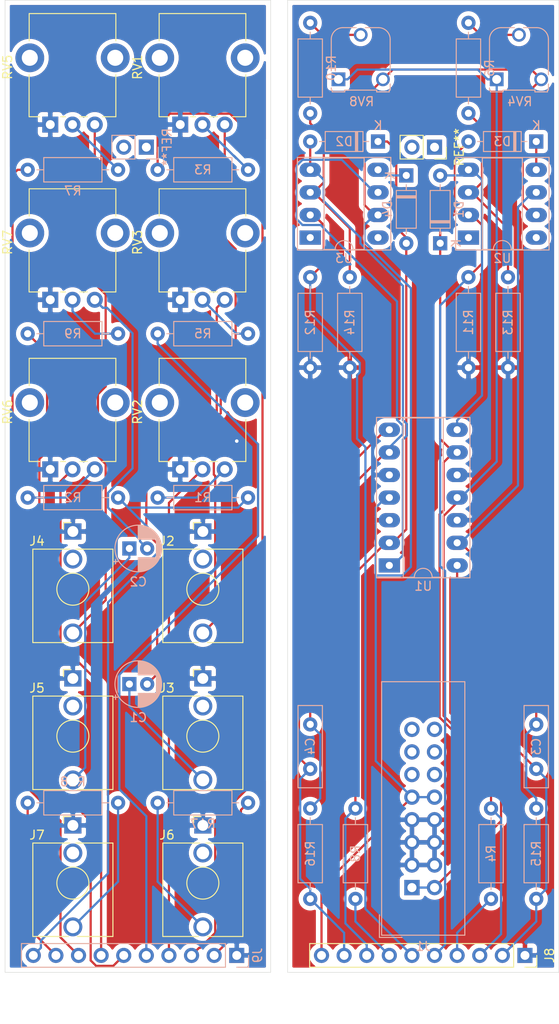
<source format=kicad_pcb>
(kicad_pcb (version 20171130) (host pcbnew "(5.1.2)-2")
  (layers (0 F.Cu signal) (31 B.Cu signal) (34 B.Paste user) (35 F.Paste user) (36 B.SilkS user) (37 F.SilkS user) (38 B.Mask user) (39 F.Mask user) (44 Edge.Cuts user))
  (net 0 "")
  (net 1 "Net-(C1-Pad2)")
  (net 2 "Net-(C1-Pad1)")
  (net 3 "Net-(C2-Pad2)")
  (net 4 "Net-(C2-Pad1)")
  (net 5 "Net-(C3-Pad2)")
  (net 6 "Net-(C4-Pad2)")
  (net 7 "Net-(D1-Pad2)")
  (net 8 "Net-(D2-Pad2)")
  (net 9 "Net-(D3-Pad1)")
  (net 10 "Net-(D4-Pad1)")
  (net 11 "Net-(J1-Pad16)")
  (net 12 "Net-(J1-Pad15)")
  (net 13 "Net-(J1-Pad14)")
  (net 14 "Net-(J1-Pad13)")
  (net 15 "Net-(J1-Pad12)")
  (net 16 "Net-(J1-Pad11)")
  (net 17 +12V)
  (net 18 GND)
  (net 19 -12V)
  (net 20 "Net-(J2-PadT)")
  (net 21 "Net-(J4-PadT)")
  (net 22 "Net-(J6-PadT)")
  (net 23 "Net-(J7-PadT)")
  (net 24 "Net-(R1-Pad1)")
  (net 25 "Net-(R2-Pad1)")
  (net 26 "Net-(R3-Pad2)")
  (net 27 "Net-(R5-Pad2)")
  (net 28 "Net-(R6-Pad2)")
  (net 29 "Net-(R13-Pad1)")
  (net 30 "Net-(R7-Pad2)")
  (net 31 "Net-(R9-Pad2)")
  (net 32 "Net-(R10-Pad2)")
  (net 33 "Net-(R10-Pad1)")
  (net 34 "Net-(U2-Pad8)")
  (net 35 "Net-(U2-Pad1)")
  (net 36 "Net-(U3-Pad8)")
  (net 37 "Net-(U3-Pad1)")
  (net 38 /PCB_A_GND)
  (net 39 /PCB_A_+12)
  (net 40 /PCB_B_CV_B1)
  (net 41 /PCB_B_CV_A1)
  (net 42 /PCB_A_CV_B1)
  (net 43 /PCB_A_CV_A1)
  (net 44 /PCB_B_VOL_B)
  (net 45 /PCB_B_VOL_A)
  (net 46 /PCB_A_VOL_B)
  (net 47 /PCB_A_VOL_A)
  (net 48 /PCB_B_OUT_B)
  (net 49 /PCB_B_OUT_A)
  (net 50 /PCB_A_OUT_B)
  (net 51 /PCB_A_OUT_A)
  (net 52 /PCB_B_IN_B)
  (net 53 /PCB_B_IN_A)
  (net 54 /PCB_A_IN_B)
  (net 55 /PCB_A_IN_A)
  (module Connector_PinSocket_2.54mm:PinSocket_1x02_P2.54mm_Vertical (layer F.Cu) (at 99.06 48.26 270)
    (fp_text reference REF** (at 0 -2.77 90) (layer F.SilkS))
    (fp_text value PinSocket_1x02_P2.54mm_Vertical)
    (pad 2 thru_hole oval (at 0 2.54 270) (size 1.7 1.7) (drill 1) (layers *.Cu *.Mask))
    (pad 1 thru_hole rect (at 0 0 270) (size 1.7 1.7) (drill 1) (layers *.Cu *.Mask))
  )
  (module Connector_PinHeader_2.54mm:PinHeader_1x02_P2.54mm_Vertical (layer B.Cu) (at 66.675 48.26 90)
    (fp_text reference REF** (at 0 2.33 90) (layer B.SilkS) (effects (justify mirror)))
    (fp_text value PinHeader_1x02_P2.54mm_Vertical)
    (pad 2 thru_hole oval (at 0 -2.54 90) (size 1.7 1.7) (drill 1) (layers *.Cu *.Mask))
    (pad 1 thru_hole rect (at 0 0 90) (size 1.7 1.7) (drill 1) (layers *.Cu *.Mask))
  )
  (module Connector_PinHeader_2.54mm:PinHeader_1x10_P2.54mm_Vertical (layer B.Cu) (at 76.835 139.065 90)
    (fp_text reference J9 (at 0 2.33 90) (layer B.SilkS) (effects (justify mirror)))
    (fp_text value Conn_01x10_Male)
    (pad 1 thru_hole rect (at 0 0 90) (size 1.7 1.7) (drill 1) (layers *.Cu *.Mask) (net 38 /PCB_A_GND))
    (pad 2 thru_hole oval (at 0 -2.54 90) (size 1.7 1.7) (drill 1) (layers *.Cu *.Mask) (net 50 /PCB_A_OUT_B))
    (pad 3 thru_hole oval (at 0 -5.08 90) (size 1.7 1.7) (drill 1) (layers *.Cu *.Mask) (net 42 /PCB_A_CV_B1))
    (pad 4 thru_hole oval (at 0 -7.62 90) (size 1.7 1.7) (drill 1) (layers *.Cu *.Mask) (net 46 /PCB_A_VOL_B))
    (pad 5 thru_hole oval (at 0 -10.16 90) (size 1.7 1.7) (drill 1) (layers *.Cu *.Mask) (net 54 /PCB_A_IN_B))
    (pad 6 thru_hole oval (at 0 -12.7 90) (size 1.7 1.7) (drill 1) (layers *.Cu *.Mask) (net 55 /PCB_A_IN_A))
    (pad 7 thru_hole oval (at 0 -15.24 90) (size 1.7 1.7) (drill 1) (layers *.Cu *.Mask) (net 47 /PCB_A_VOL_A))
    (pad 8 thru_hole oval (at 0 -17.78 90) (size 1.7 1.7) (drill 1) (layers *.Cu *.Mask) (net 43 /PCB_A_CV_A1))
    (pad 9 thru_hole oval (at 0 -20.32 90) (size 1.7 1.7) (drill 1) (layers *.Cu *.Mask) (net 51 /PCB_A_OUT_A))
    (pad 10 thru_hole oval (at 0 -22.86 90) (size 1.7 1.7) (drill 1) (layers *.Cu *.Mask) (net 39 /PCB_A_+12))
  )
  (module Connector_PinSocket_2.54mm:PinSocket_1x10_P2.54mm_Vertical (layer F.Cu) (at 109.22 139.065 270)
    (fp_text reference J8 (at 0 -2.77 90) (layer F.SilkS))
    (fp_text value Conn_01x10_Female)
    (pad 1 thru_hole rect (at 0 0 270) (size 1.7 1.7) (drill 1) (layers *.Cu *.Mask) (net 18 GND))
    (pad 2 thru_hole oval (at 0 2.54 270) (size 1.7 1.7) (drill 1) (layers *.Cu *.Mask) (net 48 /PCB_B_OUT_B))
    (pad 3 thru_hole oval (at 0 5.08 270) (size 1.7 1.7) (drill 1) (layers *.Cu *.Mask) (net 40 /PCB_B_CV_B1))
    (pad 4 thru_hole oval (at 0 7.62 270) (size 1.7 1.7) (drill 1) (layers *.Cu *.Mask) (net 44 /PCB_B_VOL_B))
    (pad 5 thru_hole oval (at 0 10.16 270) (size 1.7 1.7) (drill 1) (layers *.Cu *.Mask) (net 52 /PCB_B_IN_B))
    (pad 6 thru_hole oval (at 0 12.7 270) (size 1.7 1.7) (drill 1) (layers *.Cu *.Mask) (net 53 /PCB_B_IN_A))
    (pad 7 thru_hole oval (at 0 15.24 270) (size 1.7 1.7) (drill 1) (layers *.Cu *.Mask) (net 45 /PCB_B_VOL_A))
    (pad 8 thru_hole oval (at 0 17.78 270) (size 1.7 1.7) (drill 1) (layers *.Cu *.Mask) (net 41 /PCB_B_CV_A1))
    (pad 9 thru_hole oval (at 0 20.32 270) (size 1.7 1.7) (drill 1) (layers *.Cu *.Mask) (net 49 /PCB_B_OUT_A))
    (pad 10 thru_hole oval (at 0 22.86 270) (size 1.7 1.7) (drill 1) (layers *.Cu *.Mask) (net 17 +12V))
  )
  (module Package_DIP:DIP-8_W7.62mm_Socket_LongPads (layer B.Cu) (at 85.09 58.42)
    (fp_text reference U3 (at 3.81 2.33) (layer B.SilkS) (effects (justify mirror)))
    (fp_text value CA3080)
    (pad 1 thru_hole rect (at 0 0) (size 2.4 1.6) (drill 0.8) (layers *.Cu *.Mask) (net 37 "Net-(U3-Pad1)"))
    (pad 5 thru_hole oval (at 7.62 -7.62) (size 2.4 1.6) (drill 0.8) (layers *.Cu *.Mask) (net 10 "Net-(D4-Pad1)"))
    (pad 2 thru_hole oval (at 0 -2.54) (size 2.4 1.6) (drill 0.8) (layers *.Cu *.Mask) (net 53 /PCB_B_IN_A))
    (pad 6 thru_hole oval (at 7.62 -5.08) (size 2.4 1.6) (drill 0.8) (layers *.Cu *.Mask) (net 6 "Net-(C4-Pad2)"))
    (pad 3 thru_hole oval (at 0 -5.08) (size 2.4 1.6) (drill 0.8) (layers *.Cu *.Mask) (net 33 "Net-(R10-Pad1)"))
    (pad 7 thru_hole oval (at 7.62 -2.54) (size 2.4 1.6) (drill 0.8) (layers *.Cu *.Mask) (net 17 +12V))
    (pad 4 thru_hole oval (at 0 -7.62) (size 2.4 1.6) (drill 0.8) (layers *.Cu *.Mask) (net 8 "Net-(D2-Pad2)"))
    (pad 8 thru_hole oval (at 7.62 0) (size 2.4 1.6) (drill 0.8) (layers *.Cu *.Mask) (net 36 "Net-(U3-Pad8)"))
  )
  (module Package_DIP:DIP-8_W7.62mm_Socket_LongPads (layer B.Cu) (at 102.87 58.42)
    (fp_text reference U2 (at 3.81 2.33) (layer B.SilkS) (effects (justify mirror)))
    (fp_text value CA3080)
    (pad 1 thru_hole rect (at 0 0) (size 2.4 1.6) (drill 0.8) (layers *.Cu *.Mask) (net 35 "Net-(U2-Pad1)"))
    (pad 5 thru_hole oval (at 7.62 -7.62) (size 2.4 1.6) (drill 0.8) (layers *.Cu *.Mask) (net 9 "Net-(D3-Pad1)"))
    (pad 2 thru_hole oval (at 0 -2.54) (size 2.4 1.6) (drill 0.8) (layers *.Cu *.Mask) (net 52 /PCB_B_IN_B))
    (pad 6 thru_hole oval (at 7.62 -5.08) (size 2.4 1.6) (drill 0.8) (layers *.Cu *.Mask) (net 5 "Net-(C3-Pad2)"))
    (pad 3 thru_hole oval (at 0 -5.08) (size 2.4 1.6) (drill 0.8) (layers *.Cu *.Mask) (net 29 "Net-(R13-Pad1)"))
    (pad 7 thru_hole oval (at 7.62 -2.54) (size 2.4 1.6) (drill 0.8) (layers *.Cu *.Mask) (net 17 +12V))
    (pad 4 thru_hole oval (at 0 -7.62) (size 2.4 1.6) (drill 0.8) (layers *.Cu *.Mask) (net 7 "Net-(D1-Pad2)"))
    (pad 8 thru_hole oval (at 7.62 0) (size 2.4 1.6) (drill 0.8) (layers *.Cu *.Mask) (net 34 "Net-(U2-Pad8)"))
  )
  (module Package_DIP:DIP-14_W7.62mm_Socket_LongPads (layer B.Cu) (at 93.98 95.25)
    (fp_text reference U1 (at 3.81 2.33) (layer B.SilkS) (effects (justify mirror)))
    (fp_text value TL074)
    (pad 14 thru_hole oval (at 7.62 0) (size 2.4 1.6) (drill 0.8) (layers *.Cu *.Mask) (net 48 /PCB_B_OUT_B))
    (pad 7 thru_hole oval (at 0 -15.24) (size 2.4 1.6) (drill 0.8) (layers *.Cu *.Mask) (net 49 /PCB_B_OUT_A))
    (pad 13 thru_hole oval (at 7.62 -2.54) (size 2.4 1.6) (drill 0.8) (layers *.Cu *.Mask) (net 5 "Net-(C3-Pad2)"))
    (pad 6 thru_hole oval (at 0 -12.7) (size 2.4 1.6) (drill 0.8) (layers *.Cu *.Mask) (net 6 "Net-(C4-Pad2)"))
    (pad 12 thru_hole oval (at 7.62 -5.08) (size 2.4 1.6) (drill 0.8) (layers *.Cu *.Mask) (net 18 GND))
    (pad 5 thru_hole oval (at 0 -10.16) (size 2.4 1.6) (drill 0.8) (layers *.Cu *.Mask) (net 18 GND))
    (pad 11 thru_hole oval (at 7.62 -7.62) (size 2.4 1.6) (drill 0.8) (layers *.Cu *.Mask) (net 19 -12V))
    (pad 4 thru_hole oval (at 0 -7.62) (size 2.4 1.6) (drill 0.8) (layers *.Cu *.Mask) (net 17 +12V))
    (pad 10 thru_hole oval (at 7.62 -10.16) (size 2.4 1.6) (drill 0.8) (layers *.Cu *.Mask) (net 18 GND))
    (pad 3 thru_hole oval (at 0 -5.08) (size 2.4 1.6) (drill 0.8) (layers *.Cu *.Mask) (net 18 GND))
    (pad 9 thru_hole oval (at 7.62 -12.7) (size 2.4 1.6) (drill 0.8) (layers *.Cu *.Mask) (net 40 /PCB_B_CV_B1))
    (pad 2 thru_hole oval (at 0 -2.54) (size 2.4 1.6) (drill 0.8) (layers *.Cu *.Mask) (net 41 /PCB_B_CV_A1))
    (pad 8 thru_hole oval (at 7.62 -15.24) (size 2.4 1.6) (drill 0.8) (layers *.Cu *.Mask) (net 7 "Net-(D1-Pad2)"))
    (pad 1 thru_hole rect (at 0 0) (size 2.4 1.6) (drill 0.8) (layers *.Cu *.Mask) (net 8 "Net-(D2-Pad2)"))
  )
  (module Potentiometer_THT:Potentiometer_Runtron_RM-065_Vertical (layer B.Cu) (at 88.265 40.64)
    (fp_text reference RV8 (at 2.6 2.5) (layer B.SilkS) (effects (justify mirror)))
    (fp_text value 100k)
    (pad 2 thru_hole circle (at 2.5 -5) (size 1.55 1.55) (drill 1) (layers *.Cu *.Mask) (net 32 "Net-(R10-Pad2)"))
    (pad 1 thru_hole rect (at 0 0) (size 1.55 1.55) (drill 1) (layers *.Cu *.Mask) (net 19 -12V))
    (pad 3 thru_hole circle (at 5 0) (size 1.55 1.55) (drill 1) (layers *.Cu *.Mask) (net 17 +12V))
  )
  (module Potentiometer_THT:Potentiometer_Alpha_RD901F-40-00D_Single_Vertical_CircularHoles (layer F.Cu) (at 55.88 65.405 90)
    (fp_text reference RV7 (at 6.45 -4.8 270) (layer F.SilkS))
    (fp_text value 50k)
    (pad 1 thru_hole rect (at 0 0 180) (size 1.8 1.8) (drill 1) (layers *.Cu *.Mask) (net 38 /PCB_A_GND))
    (pad 2 thru_hole circle (at 0 2.5 180) (size 1.8 1.8) (drill 1) (layers *.Cu *.Mask) (net 31 "Net-(R9-Pad2)"))
    (pad 3 thru_hole circle (at 0 5 180) (size 1.8 1.8) (drill 1) (layers *.Cu *.Mask) (net 3 "Net-(C2-Pad2)"))
    (pad "" thru_hole circle (at 7.5 7.3 180) (size 3.24 3.24) (drill 1.8) (layers *.Cu *.Mask))
    (pad "" thru_hole circle (at 7.5 -2.3 180) (size 3.24 3.24) (drill 1.8) (layers *.Cu *.Mask))
  )
  (module Potentiometer_THT:Potentiometer_Alpha_RD901F-40-00D_Single_Vertical_CircularHoles (layer F.Cu) (at 55.88 84.455 90)
    (fp_text reference RV6 (at 6.45 -4.8 270) (layer F.SilkS))
    (fp_text value 100k)
    (pad 1 thru_hole rect (at 0 0 180) (size 1.8 1.8) (drill 1) (layers *.Cu *.Mask) (net 38 /PCB_A_GND))
    (pad 2 thru_hole circle (at 0 2.5 180) (size 1.8 1.8) (drill 1) (layers *.Cu *.Mask) (net 47 /PCB_A_VOL_A))
    (pad 3 thru_hole circle (at 0 5 180) (size 1.8 1.8) (drill 1) (layers *.Cu *.Mask) (net 25 "Net-(R2-Pad1)"))
    (pad "" thru_hole circle (at 7.5 7.3 180) (size 3.24 3.24) (drill 1.8) (layers *.Cu *.Mask))
    (pad "" thru_hole circle (at 7.5 -2.3 180) (size 3.24 3.24) (drill 1.8) (layers *.Cu *.Mask))
  )
  (module Potentiometer_THT:Potentiometer_Alpha_RD901F-40-00D_Single_Vertical_CircularHoles (layer F.Cu) (at 55.88 45.72 90)
    (fp_text reference RV5 (at 6.45 -4.8 270) (layer F.SilkS))
    (fp_text value 100k)
    (pad 1 thru_hole rect (at 0 0 180) (size 1.8 1.8) (drill 1) (layers *.Cu *.Mask) (net 38 /PCB_A_GND))
    (pad 2 thru_hole circle (at 0 2.5 180) (size 1.8 1.8) (drill 1) (layers *.Cu *.Mask) (net 30 "Net-(R7-Pad2)"))
    (pad 3 thru_hole circle (at 0 5 180) (size 1.8 1.8) (drill 1) (layers *.Cu *.Mask) (net 21 "Net-(J4-PadT)"))
    (pad "" thru_hole circle (at 7.5 7.3 180) (size 3.24 3.24) (drill 1.8) (layers *.Cu *.Mask))
    (pad "" thru_hole circle (at 7.5 -2.3 180) (size 3.24 3.24) (drill 1.8) (layers *.Cu *.Mask))
  )
  (module Potentiometer_THT:Potentiometer_Runtron_RM-065_Vertical (layer B.Cu) (at 106.045 40.64)
    (fp_text reference RV4 (at 2.6 2.5) (layer B.SilkS) (effects (justify mirror)))
    (fp_text value 100k)
    (pad 2 thru_hole circle (at 2.5 -5) (size 1.55 1.55) (drill 1) (layers *.Cu *.Mask) (net 28 "Net-(R6-Pad2)"))
    (pad 1 thru_hole rect (at 0 0) (size 1.55 1.55) (drill 1) (layers *.Cu *.Mask) (net 19 -12V))
    (pad 3 thru_hole circle (at 5 0) (size 1.55 1.55) (drill 1) (layers *.Cu *.Mask) (net 17 +12V))
  )
  (module Potentiometer_THT:Potentiometer_Alpha_RD901F-40-00D_Single_Vertical_CircularHoles (layer F.Cu) (at 70.485 65.405 90)
    (fp_text reference RV3 (at 6.45 -4.8 270) (layer F.SilkS))
    (fp_text value 50k)
    (pad 1 thru_hole rect (at 0 0 180) (size 1.8 1.8) (drill 1) (layers *.Cu *.Mask) (net 38 /PCB_A_GND))
    (pad 2 thru_hole circle (at 0 2.5 180) (size 1.8 1.8) (drill 1) (layers *.Cu *.Mask) (net 27 "Net-(R5-Pad2)"))
    (pad 3 thru_hole circle (at 0 5 180) (size 1.8 1.8) (drill 1) (layers *.Cu *.Mask) (net 1 "Net-(C1-Pad2)"))
    (pad "" thru_hole circle (at 7.5 7.3 180) (size 3.24 3.24) (drill 1.8) (layers *.Cu *.Mask))
    (pad "" thru_hole circle (at 7.5 -2.3 180) (size 3.24 3.24) (drill 1.8) (layers *.Cu *.Mask))
  )
  (module Potentiometer_THT:Potentiometer_Alpha_RD901F-40-00D_Single_Vertical_CircularHoles (layer F.Cu) (at 70.485 84.455 90)
    (fp_text reference RV2 (at 6.45 -4.8 270) (layer F.SilkS))
    (fp_text value 100k)
    (pad 1 thru_hole rect (at 0 0 180) (size 1.8 1.8) (drill 1) (layers *.Cu *.Mask) (net 38 /PCB_A_GND))
    (pad 2 thru_hole circle (at 0 2.5 180) (size 1.8 1.8) (drill 1) (layers *.Cu *.Mask) (net 46 /PCB_A_VOL_B))
    (pad 3 thru_hole circle (at 0 5 180) (size 1.8 1.8) (drill 1) (layers *.Cu *.Mask) (net 24 "Net-(R1-Pad1)"))
    (pad "" thru_hole circle (at 7.5 7.3 180) (size 3.24 3.24) (drill 1.8) (layers *.Cu *.Mask))
    (pad "" thru_hole circle (at 7.5 -2.3 180) (size 3.24 3.24) (drill 1.8) (layers *.Cu *.Mask))
  )
  (module Potentiometer_THT:Potentiometer_Alpha_RD901F-40-00D_Single_Vertical_CircularHoles (layer F.Cu) (at 70.485 45.72 90)
    (fp_text reference RV1 (at 6.45 -4.8 270) (layer F.SilkS))
    (fp_text value 100k)
    (pad 1 thru_hole rect (at 0 0 180) (size 1.8 1.8) (drill 1) (layers *.Cu *.Mask) (net 38 /PCB_A_GND))
    (pad 2 thru_hole circle (at 0 2.5 180) (size 1.8 1.8) (drill 1) (layers *.Cu *.Mask) (net 26 "Net-(R3-Pad2)"))
    (pad 3 thru_hole circle (at 0 5 180) (size 1.8 1.8) (drill 1) (layers *.Cu *.Mask) (net 20 "Net-(J2-PadT)"))
    (pad "" thru_hole circle (at 7.5 7.3 180) (size 3.24 3.24) (drill 1.8) (layers *.Cu *.Mask))
    (pad "" thru_hole circle (at 7.5 -2.3 180) (size 3.24 3.24) (drill 1.8) (layers *.Cu *.Mask))
  )
  (module Resistor_THT:R_Axial_DIN0207_L6.3mm_D2.5mm_P10.16mm_Horizontal (layer B.Cu) (at 63.5 121.92 180)
    (fp_text reference R18 (at 5.08 2.37) (layer B.SilkS) (effects (justify mirror)))
    (fp_text value 1K)
    (pad 2 thru_hole oval (at 10.16 0 180) (size 1.6 1.6) (drill 0.8) (layers *.Cu *.Mask) (net 51 /PCB_A_OUT_A))
    (pad 1 thru_hole circle (at 0 0 180) (size 1.6 1.6) (drill 0.8) (layers *.Cu *.Mask) (net 23 "Net-(J7-PadT)"))
  )
  (module Resistor_THT:R_Axial_DIN0207_L6.3mm_D2.5mm_P10.16mm_Horizontal (layer B.Cu) (at 67.945 121.92)
    (fp_text reference R17 (at 5.08 2.37) (layer B.SilkS) (effects (justify mirror)))
    (fp_text value 1K)
    (pad 2 thru_hole oval (at 10.16 0) (size 1.6 1.6) (drill 0.8) (layers *.Cu *.Mask) (net 50 /PCB_A_OUT_B))
    (pad 1 thru_hole circle (at 0 0) (size 1.6 1.6) (drill 0.8) (layers *.Cu *.Mask) (net 22 "Net-(J6-PadT)"))
  )
  (module Resistor_THT:R_Axial_DIN0207_L6.3mm_D2.5mm_P10.16mm_Horizontal (layer B.Cu) (at 85.09 132.715 90)
    (fp_text reference R16 (at 5.08 0 90) (layer B.SilkS) (effects (justify mirror)))
    (fp_text value 560k)
    (pad 2 thru_hole oval (at 10.16 0 90) (size 1.6 1.6) (drill 0.8) (layers *.Cu *.Mask) (net 6 "Net-(C4-Pad2)"))
    (pad 1 thru_hole circle (at 0 0 90) (size 1.6 1.6) (drill 0.8) (layers *.Cu *.Mask) (net 49 /PCB_B_OUT_A))
  )
  (module Resistor_THT:R_Axial_DIN0207_L6.3mm_D2.5mm_P10.16mm_Horizontal (layer B.Cu) (at 110.49 132.715 90)
    (fp_text reference R15 (at 5.08 0 90) (layer B.SilkS) (effects (justify mirror)))
    (fp_text value 560k)
    (pad 2 thru_hole oval (at 10.16 0 90) (size 1.6 1.6) (drill 0.8) (layers *.Cu *.Mask) (net 5 "Net-(C3-Pad2)"))
    (pad 1 thru_hole circle (at 0 0 90) (size 1.6 1.6) (drill 0.8) (layers *.Cu *.Mask) (net 48 /PCB_B_OUT_B))
  )
  (module Resistor_THT:R_Axial_DIN0207_L6.3mm_D2.5mm_P10.16mm_Horizontal (layer B.Cu) (at 89.535 62.865 270)
    (fp_text reference R14 (at 5.08 0 90) (layer B.SilkS) (effects (justify mirror)))
    (fp_text value 220)
    (pad 2 thru_hole oval (at 10.16 0 270) (size 1.6 1.6) (drill 0.8) (layers *.Cu *.Mask) (net 18 GND))
    (pad 1 thru_hole circle (at 0 0 270) (size 1.6 1.6) (drill 0.8) (layers *.Cu *.Mask) (net 33 "Net-(R10-Pad1)"))
  )
  (module Resistor_THT:R_Axial_DIN0207_L6.3mm_D2.5mm_P10.16mm_Horizontal (layer B.Cu) (at 107.315 62.865 270)
    (fp_text reference R13 (at 5.08 0 90) (layer B.SilkS) (effects (justify mirror)))
    (fp_text value 220)
    (pad 2 thru_hole oval (at 10.16 0 270) (size 1.6 1.6) (drill 0.8) (layers *.Cu *.Mask) (net 18 GND))
    (pad 1 thru_hole circle (at 0 0 270) (size 1.6 1.6) (drill 0.8) (layers *.Cu *.Mask) (net 29 "Net-(R13-Pad1)"))
  )
  (module Resistor_THT:R_Axial_DIN0207_L6.3mm_D2.5mm_P10.16mm_Horizontal (layer B.Cu) (at 85.09 62.865 270)
    (fp_text reference R12 (at 5.08 0 90) (layer B.SilkS) (effects (justify mirror)))
    (fp_text value 220)
    (pad 1 thru_hole circle (at 0 0 270) (size 1.6 1.6) (drill 0.8) (layers *.Cu *.Mask) (net 53 /PCB_B_IN_A))
    (pad 2 thru_hole oval (at 10.16 0 270) (size 1.6 1.6) (drill 0.8) (layers *.Cu *.Mask) (net 18 GND))
  )
  (module Resistor_THT:R_Axial_DIN0207_L6.3mm_D2.5mm_P10.16mm_Horizontal (layer B.Cu) (at 102.87 62.865 270)
    (fp_text reference R11 (at 5.08 0 90) (layer B.SilkS) (effects (justify mirror)))
    (fp_text value 220)
    (pad 1 thru_hole circle (at 0 0 270) (size 1.6 1.6) (drill 0.8) (layers *.Cu *.Mask) (net 52 /PCB_B_IN_B))
    (pad 2 thru_hole oval (at 10.16 0 270) (size 1.6 1.6) (drill 0.8) (layers *.Cu *.Mask) (net 18 GND))
  )
  (module Resistor_THT:R_Axial_DIN0207_L6.3mm_D2.5mm_P10.16mm_Horizontal (layer B.Cu) (at 85.09 44.45 90)
    (fp_text reference R10 (at 5.08 2.37 90) (layer B.SilkS) (effects (justify mirror)))
    (fp_text value 1M)
    (pad 2 thru_hole oval (at 10.16 0 90) (size 1.6 1.6) (drill 0.8) (layers *.Cu *.Mask) (net 32 "Net-(R10-Pad2)"))
    (pad 1 thru_hole circle (at 0 0 90) (size 1.6 1.6) (drill 0.8) (layers *.Cu *.Mask) (net 33 "Net-(R10-Pad1)"))
  )
  (module Resistor_THT:R_Axial_DIN0207_L6.3mm_D2.5mm_P10.16mm_Horizontal (layer B.Cu) (at 53.34 69.215)
    (fp_text reference R9 (at 5.08 0) (layer B.SilkS) (effects (justify mirror)))
    (fp_text value 100k)
    (pad 1 thru_hole circle (at 0 0) (size 1.6 1.6) (drill 0.8) (layers *.Cu *.Mask) (net 55 /PCB_A_IN_A))
    (pad 2 thru_hole oval (at 10.16 0) (size 1.6 1.6) (drill 0.8) (layers *.Cu *.Mask) (net 31 "Net-(R9-Pad2)"))
  )
  (module Resistor_THT:R_Axial_DIN0207_L6.3mm_D2.5mm_P10.16mm_Horizontal (layer B.Cu) (at 90.17 122.555 270)
    (fp_text reference R8 (at 5.08 0 90) (layer B.SilkS) (effects (justify mirror)))
    (fp_text value 100k)
    (pad 2 thru_hole oval (at 10.16 0 270) (size 1.6 1.6) (drill 0.8) (layers *.Cu *.Mask) (net 45 /PCB_B_VOL_A))
    (pad 1 thru_hole circle (at 0 0 270) (size 1.6 1.6) (drill 0.8) (layers *.Cu *.Mask) (net 41 /PCB_B_CV_A1))
  )
  (module Resistor_THT:R_Axial_DIN0207_L6.3mm_D2.5mm_P10.16mm_Horizontal (layer B.Cu) (at 53.34 50.8)
    (fp_text reference R7 (at 5.08 2.37) (layer B.SilkS) (effects (justify mirror)))
    (fp_text value 100k)
    (pad 2 thru_hole oval (at 10.16 0) (size 1.6 1.6) (drill 0.8) (layers *.Cu *.Mask) (net 30 "Net-(R7-Pad2)"))
    (pad 1 thru_hole circle (at 0 0) (size 1.6 1.6) (drill 0.8) (layers *.Cu *.Mask) (net 43 /PCB_A_CV_A1))
  )
  (module Resistor_THT:R_Axial_DIN0207_L6.3mm_D2.5mm_P10.16mm_Horizontal (layer B.Cu) (at 102.87 44.45 90)
    (fp_text reference R6 (at 5.08 2.37 90) (layer B.SilkS) (effects (justify mirror)))
    (fp_text value 1M)
    (pad 2 thru_hole oval (at 10.16 0 90) (size 1.6 1.6) (drill 0.8) (layers *.Cu *.Mask) (net 28 "Net-(R6-Pad2)"))
    (pad 1 thru_hole circle (at 0 0 90) (size 1.6 1.6) (drill 0.8) (layers *.Cu *.Mask) (net 29 "Net-(R13-Pad1)"))
  )
  (module Resistor_THT:R_Axial_DIN0207_L6.3mm_D2.5mm_P10.16mm_Horizontal (layer B.Cu) (at 67.945 69.215)
    (fp_text reference R5 (at 5.08 0) (layer B.SilkS) (effects (justify mirror)))
    (fp_text value 100k)
    (pad 2 thru_hole oval (at 10.16 0) (size 1.6 1.6) (drill 0.8) (layers *.Cu *.Mask) (net 27 "Net-(R5-Pad2)"))
    (pad 1 thru_hole circle (at 0 0) (size 1.6 1.6) (drill 0.8) (layers *.Cu *.Mask) (net 54 /PCB_A_IN_B))
  )
  (module Resistor_THT:R_Axial_DIN0207_L6.3mm_D2.5mm_P10.16mm_Horizontal (layer B.Cu) (at 105.41 122.555 270)
    (fp_text reference R4 (at 5.08 0 90) (layer B.SilkS) (effects (justify mirror)))
    (fp_text value 100k)
    (pad 2 thru_hole oval (at 10.16 0 270) (size 1.6 1.6) (drill 0.8) (layers *.Cu *.Mask) (net 44 /PCB_B_VOL_B))
    (pad 1 thru_hole circle (at 0 0 270) (size 1.6 1.6) (drill 0.8) (layers *.Cu *.Mask) (net 40 /PCB_B_CV_B1))
  )
  (module Resistor_THT:R_Axial_DIN0207_L6.3mm_D2.5mm_P10.16mm_Horizontal (layer B.Cu) (at 67.945 50.8)
    (fp_text reference R3 (at 5.08 0) (layer B.SilkS) (effects (justify mirror)))
    (fp_text value 100k)
    (pad 2 thru_hole oval (at 10.16 0) (size 1.6 1.6) (drill 0.8) (layers *.Cu *.Mask) (net 26 "Net-(R3-Pad2)"))
    (pad 1 thru_hole circle (at 0 0) (size 1.6 1.6) (drill 0.8) (layers *.Cu *.Mask) (net 42 /PCB_A_CV_B1))
  )
  (module Resistor_THT:R_Axial_DIN0207_L6.3mm_D2.5mm_P10.16mm_Horizontal (layer B.Cu) (at 53.34 87.63)
    (fp_text reference R2 (at 5.08 0) (layer B.SilkS) (effects (justify mirror)))
    (fp_text value 20k)
    (pad 2 thru_hole oval (at 10.16 0) (size 1.6 1.6) (drill 0.8) (layers *.Cu *.Mask) (net 39 /PCB_A_+12))
    (pad 1 thru_hole circle (at 0 0) (size 1.6 1.6) (drill 0.8) (layers *.Cu *.Mask) (net 25 "Net-(R2-Pad1)"))
  )
  (module Resistor_THT:R_Axial_DIN0207_L6.3mm_D2.5mm_P10.16mm_Horizontal (layer B.Cu) (at 67.945 87.63)
    (fp_text reference R1 (at 5.08 0) (layer B.SilkS) (effects (justify mirror)))
    (fp_text value 20k)
    (pad 2 thru_hole oval (at 10.16 0) (size 1.6 1.6) (drill 0.8) (layers *.Cu *.Mask) (net 39 /PCB_A_+12))
    (pad 1 thru_hole circle (at 0 0) (size 1.6 1.6) (drill 0.8) (layers *.Cu *.Mask) (net 24 "Net-(R1-Pad1)"))
  )
  (module Connector_Audio:Jack_3.5mm_QingPu_WQP-PJ398SM_Vertical_CircularHoles (layer F.Cu) (at 58.42 124.46)
    (fp_text reference J7 (at -4.03 1.08 180) (layer F.SilkS))
    (fp_text value AudioJack2)
    (pad TN thru_hole circle (at 0 3.1 180) (size 2.13 2.13) (drill 1.42) (layers *.Cu *.Mask))
    (pad S thru_hole rect (at 0 0 180) (size 1.93 1.83) (drill 1.22) (layers *.Cu *.Mask) (net 38 /PCB_A_GND))
    (pad T thru_hole circle (at 0 11.4 180) (size 2.13 2.13) (drill 1.43) (layers *.Cu *.Mask) (net 23 "Net-(J7-PadT)"))
  )
  (module Connector_Audio:Jack_3.5mm_QingPu_WQP-PJ398SM_Vertical_CircularHoles (layer F.Cu) (at 73.025 124.46)
    (fp_text reference J6 (at -4.03 1.08 180) (layer F.SilkS))
    (fp_text value AudioJack2)
    (pad TN thru_hole circle (at 0 3.1 180) (size 2.13 2.13) (drill 1.42) (layers *.Cu *.Mask))
    (pad S thru_hole rect (at 0 0 180) (size 1.93 1.83) (drill 1.22) (layers *.Cu *.Mask) (net 38 /PCB_A_GND))
    (pad T thru_hole circle (at 0 11.4 180) (size 2.13 2.13) (drill 1.43) (layers *.Cu *.Mask) (net 22 "Net-(J6-PadT)"))
  )
  (module Connector_Audio:Jack_3.5mm_QingPu_WQP-PJ398SM_Vertical_CircularHoles (layer F.Cu) (at 58.42 107.95)
    (fp_text reference J5 (at -4.03 1.08 180) (layer F.SilkS))
    (fp_text value AudioJack2)
    (pad TN thru_hole circle (at 0 3.1 180) (size 2.13 2.13) (drill 1.42) (layers *.Cu *.Mask))
    (pad S thru_hole rect (at 0 0 180) (size 1.93 1.83) (drill 1.22) (layers *.Cu *.Mask) (net 38 /PCB_A_GND))
    (pad T thru_hole circle (at 0 11.4 180) (size 2.13 2.13) (drill 1.43) (layers *.Cu *.Mask) (net 4 "Net-(C2-Pad1)"))
  )
  (module Connector_Audio:Jack_3.5mm_QingPu_WQP-PJ398SM_Vertical_CircularHoles (layer F.Cu) (at 58.42 91.44)
    (fp_text reference J4 (at -4.03 1.08 180) (layer F.SilkS))
    (fp_text value AudioJack2)
    (pad TN thru_hole circle (at 0 3.1 180) (size 2.13 2.13) (drill 1.42) (layers *.Cu *.Mask))
    (pad S thru_hole rect (at 0 0 180) (size 1.93 1.83) (drill 1.22) (layers *.Cu *.Mask) (net 38 /PCB_A_GND))
    (pad T thru_hole circle (at 0 11.4 180) (size 2.13 2.13) (drill 1.43) (layers *.Cu *.Mask) (net 21 "Net-(J4-PadT)"))
  )
  (module Connector_Audio:Jack_3.5mm_QingPu_WQP-PJ398SM_Vertical_CircularHoles (layer F.Cu) (at 73.025 107.95)
    (fp_text reference J3 (at -4.03 1.08 180) (layer F.SilkS))
    (fp_text value AudioJack2)
    (pad TN thru_hole circle (at 0 3.1 180) (size 2.13 2.13) (drill 1.42) (layers *.Cu *.Mask))
    (pad S thru_hole rect (at 0 0 180) (size 1.93 1.83) (drill 1.22) (layers *.Cu *.Mask) (net 38 /PCB_A_GND))
    (pad T thru_hole circle (at 0 11.4 180) (size 2.13 2.13) (drill 1.43) (layers *.Cu *.Mask) (net 2 "Net-(C1-Pad1)"))
  )
  (module Connector_Audio:Jack_3.5mm_QingPu_WQP-PJ398SM_Vertical_CircularHoles (layer F.Cu) (at 73.025 91.44)
    (fp_text reference J2 (at -4.03 1.08 180) (layer F.SilkS))
    (fp_text value AudioJack2)
    (pad TN thru_hole circle (at 0 3.1 180) (size 2.13 2.13) (drill 1.42) (layers *.Cu *.Mask))
    (pad S thru_hole rect (at 0 0 180) (size 1.93 1.83) (drill 1.22) (layers *.Cu *.Mask) (net 38 /PCB_A_GND))
    (pad T thru_hole circle (at 0 11.4 180) (size 2.13 2.13) (drill 1.43) (layers *.Cu *.Mask) (net 20 "Net-(J2-PadT)"))
  )
  (module Connector_IDC:IDC-Header_2x08_P2.54mm_Vertical (layer B.Cu) (at 96.52 131.445)
    (fp_text reference J1 (at 1.27 6.604) (layer B.SilkS) (effects (justify mirror)))
    (fp_text value Conn_02x08_Odd_Even)
    (pad 16 thru_hole oval (at 2.54 -17.78) (size 1.7272 1.7272) (drill 1.016) (layers *.Cu *.Mask) (net 11 "Net-(J1-Pad16)"))
    (pad 15 thru_hole oval (at 0 -17.78) (size 1.7272 1.7272) (drill 1.016) (layers *.Cu *.Mask) (net 12 "Net-(J1-Pad15)"))
    (pad 14 thru_hole oval (at 2.54 -15.24) (size 1.7272 1.7272) (drill 1.016) (layers *.Cu *.Mask) (net 13 "Net-(J1-Pad14)"))
    (pad 13 thru_hole oval (at 0 -15.24) (size 1.7272 1.7272) (drill 1.016) (layers *.Cu *.Mask) (net 14 "Net-(J1-Pad13)"))
    (pad 12 thru_hole oval (at 2.54 -12.7) (size 1.7272 1.7272) (drill 1.016) (layers *.Cu *.Mask) (net 15 "Net-(J1-Pad12)"))
    (pad 11 thru_hole oval (at 0 -12.7) (size 1.7272 1.7272) (drill 1.016) (layers *.Cu *.Mask) (net 16 "Net-(J1-Pad11)"))
    (pad 10 thru_hole oval (at 2.54 -10.16) (size 1.7272 1.7272) (drill 1.016) (layers *.Cu *.Mask) (net 17 +12V))
    (pad 9 thru_hole oval (at 0 -10.16) (size 1.7272 1.7272) (drill 1.016) (layers *.Cu *.Mask) (net 17 +12V))
    (pad 8 thru_hole oval (at 2.54 -7.62) (size 1.7272 1.7272) (drill 1.016) (layers *.Cu *.Mask) (net 18 GND))
    (pad 7 thru_hole oval (at 0 -7.62) (size 1.7272 1.7272) (drill 1.016) (layers *.Cu *.Mask) (net 18 GND))
    (pad 6 thru_hole oval (at 2.54 -5.08) (size 1.7272 1.7272) (drill 1.016) (layers *.Cu *.Mask) (net 18 GND))
    (pad 5 thru_hole oval (at 0 -5.08) (size 1.7272 1.7272) (drill 1.016) (layers *.Cu *.Mask) (net 18 GND))
    (pad 4 thru_hole oval (at 2.54 -2.54) (size 1.7272 1.7272) (drill 1.016) (layers *.Cu *.Mask) (net 18 GND))
    (pad 3 thru_hole oval (at 0 -2.54) (size 1.7272 1.7272) (drill 1.016) (layers *.Cu *.Mask) (net 18 GND))
    (pad 2 thru_hole oval (at 2.54 0) (size 1.7272 1.7272) (drill 1.016) (layers *.Cu *.Mask) (net 19 -12V))
    (pad 1 thru_hole rect (at 0 0) (size 1.7272 1.7272) (drill 1.016) (layers *.Cu *.Mask) (net 19 -12V))
  )
  (module Diode_THT:D_DO-35_SOD27_P7.62mm_Horizontal (layer B.Cu) (at 95.885 51.435 270)
    (fp_text reference D4 (at 3.81 2.12 90) (layer B.SilkS) (effects (justify mirror)))
    (fp_text value 1N4148)
    (fp_text user K (at 0 1.8 90) (layer B.SilkS) (effects (justify mirror)))
    (pad 2 thru_hole oval (at 7.62 0 270) (size 1.6 1.6) (drill 0.8) (layers *.Cu *.Mask) (net 41 /PCB_B_CV_A1))
    (pad 1 thru_hole rect (at 0 0 270) (size 1.6 1.6) (drill 0.8) (layers *.Cu *.Mask) (net 10 "Net-(D4-Pad1)"))
  )
  (module Diode_THT:D_DO-35_SOD27_P7.62mm_Horizontal (layer B.Cu) (at 110.49 47.625 180)
    (fp_text reference D3 (at 3.81 0) (layer B.SilkS) (effects (justify mirror)))
    (fp_text value 1N4148)
    (fp_text user K (at 0 1.8) (layer B.SilkS) (effects (justify mirror)))
    (pad 2 thru_hole oval (at 7.62 0 180) (size 1.6 1.6) (drill 0.8) (layers *.Cu *.Mask) (net 40 /PCB_B_CV_B1))
    (pad 1 thru_hole rect (at 0 0 180) (size 1.6 1.6) (drill 0.8) (layers *.Cu *.Mask) (net 9 "Net-(D3-Pad1)"))
  )
  (module Diode_THT:D_DO-35_SOD27_P7.62mm_Horizontal (layer B.Cu) (at 92.71 47.625 180)
    (fp_text reference D2 (at 3.81 0) (layer B.SilkS) (effects (justify mirror)))
    (fp_text value 1N4148)
    (fp_text user K (at 0 1.8) (layer B.SilkS) (effects (justify mirror)))
    (pad 2 thru_hole oval (at 7.62 0 180) (size 1.6 1.6) (drill 0.8) (layers *.Cu *.Mask) (net 8 "Net-(D2-Pad2)"))
    (pad 1 thru_hole rect (at 0 0 180) (size 1.6 1.6) (drill 0.8) (layers *.Cu *.Mask) (net 41 /PCB_B_CV_A1))
  )
  (module Diode_THT:D_DO-35_SOD27_P7.62mm_Horizontal (layer B.Cu) (at 99.695 59.055 90)
    (fp_text reference D1 (at 3.81 2.12 90) (layer B.SilkS) (effects (justify mirror)))
    (fp_text value 1N4148)
    (fp_text user K (at 0 1.8 90) (layer B.SilkS) (effects (justify mirror)))
    (pad 2 thru_hole oval (at 7.62 0 90) (size 1.6 1.6) (drill 0.8) (layers *.Cu *.Mask) (net 7 "Net-(D1-Pad2)"))
    (pad 1 thru_hole rect (at 0 0 90) (size 1.6 1.6) (drill 0.8) (layers *.Cu *.Mask) (net 40 /PCB_B_CV_B1))
  )
  (module Capacitor_THT:C_Disc_D9.0mm_W2.5mm_P5.00mm (layer B.Cu) (at 85.09 118.11 90)
    (fp_text reference C4 (at 2.54 0 90) (layer B.SilkS) (effects (justify mirror)))
    (fp_text value 33pF)
    (pad 1 thru_hole circle (at 0 0 90) (size 1.6 1.6) (drill 0.8) (layers *.Cu *.Mask) (net 49 /PCB_B_OUT_A))
    (pad 2 thru_hole circle (at 5 0 90) (size 1.6 1.6) (drill 0.8) (layers *.Cu *.Mask) (net 6 "Net-(C4-Pad2)"))
  )
  (module Capacitor_THT:C_Disc_D9.0mm_W2.5mm_P5.00mm (layer B.Cu) (at 110.49 118.11 90)
    (fp_text reference C3 (at 2.5 0 90) (layer B.SilkS) (effects (justify mirror)))
    (fp_text value 33pF)
    (pad 2 thru_hole circle (at 5 0 90) (size 1.6 1.6) (drill 0.8) (layers *.Cu *.Mask) (net 5 "Net-(C3-Pad2)"))
    (pad 1 thru_hole circle (at 0 0 90) (size 1.6 1.6) (drill 0.8) (layers *.Cu *.Mask) (net 48 /PCB_B_OUT_B))
  )
  (module Capacitor_THT:CP_Radial_D5.0mm_P2.00mm (layer B.Cu) (at 64.77 93.345)
    (fp_text reference C2 (at 1 3.75) (layer B.SilkS) (effects (justify mirror)))
    (fp_text value 10uF)
    (pad 2 thru_hole circle (at 2 0) (size 1.6 1.6) (drill 0.8) (layers *.Cu *.Mask) (net 3 "Net-(C2-Pad2)"))
    (pad 1 thru_hole rect (at 0 0) (size 1.6 1.6) (drill 0.8) (layers *.Cu *.Mask) (net 4 "Net-(C2-Pad1)"))
  )
  (module Capacitor_THT:CP_Radial_D5.0mm_P2.00mm (layer B.Cu) (at 64.77 108.585)
    (fp_text reference C1 (at 1 3.75) (layer B.SilkS) (effects (justify mirror)))
    (fp_text value 10uF)
    (pad 2 thru_hole circle (at 2 0) (size 1.6 1.6) (drill 0.8) (layers *.Cu *.Mask) (net 1 "Net-(C1-Pad2)"))
    (pad 1 thru_hole rect (at 0 0) (size 1.6 1.6) (drill 0.8) (layers *.Cu *.Mask) (net 2 "Net-(C1-Pad1)"))
  )
  (gr_line (start 82.55 140.97) (end 82.55 31.75) (layer Edge.Cuts) (width 0.05))
  (gr_line (start 113.03 140.97) (end 82.55 140.97) (layer Edge.Cuts) (width 0.05))
  (gr_line (start 113.03 31.75) (end 113.03 140.97) (layer Edge.Cuts) (width 0.05))
  (gr_line (start 82.55 31.75) (end 113.03 31.75) (layer Edge.Cuts) (width 0.05))
  (gr_line (start 80.645 140.97) (end 50.8 140.97) (layer Edge.Cuts) (width 0.05))
  (gr_line (start 80.645 31.75) (end 80.645 140.97) (layer Edge.Cuts) (width 0.05))
  (gr_line (start 50.8 31.75) (end 80.645 31.75) (layer Edge.Cuts) (width 0.05))
  (gr_line (start 50.8 31.75) (end 50.8 140.97) (layer Edge.Cuts) (width 0.05))
  (segment (start 67.569999 107.785001) (end 66.77 108.585) (width 0.25) (layer F.Cu) (net 1))
  (segment (start 67.895001 107.459999) (end 67.569999 107.785001) (width 0.25) (layer F.Cu) (net 1))
  (segment (start 66.675 85.879998) (end 66.675 91.584998) (width 0.25) (layer F.Cu) (net 1))
  (segment (start 74.585001 66.304999) (end 74.585001 77.969997) (width 0.25) (layer F.Cu) (net 1))
  (segment (start 75.485 65.405) (end 74.585001 66.304999) (width 0.25) (layer F.Cu) (net 1))
  (segment (start 74.585001 77.969997) (end 66.675 85.879998) (width 0.25) (layer F.Cu) (net 1))
  (segment (start 67.895001 92.804999) (end 67.895001 107.459999) (width 0.25) (layer F.Cu) (net 1))
  (segment (start 66.675 91.584998) (end 67.895001 92.804999) (width 0.25) (layer F.Cu) (net 1))
  (segment (start 64.77 111.095) (end 73.025 119.35) (width 0.25) (layer B.Cu) (net 2))
  (segment (start 64.77 108.585) (end 64.77 111.095) (width 0.25) (layer B.Cu) (net 2))
  (segment (start 65.970001 92.545001) (end 66.77 93.345) (width 0.25) (layer B.Cu) (net 3))
  (segment (start 65.970001 92.359999) (end 65.970001 92.545001) (width 0.25) (layer B.Cu) (net 3))
  (segment (start 62.374999 87.089999) (end 62.374999 88.764997) (width 0.25) (layer B.Cu) (net 3))
  (segment (start 65.125001 84.339997) (end 62.374999 87.089999) (width 0.25) (layer B.Cu) (net 3))
  (segment (start 65.125001 69.174999) (end 65.125001 84.339997) (width 0.25) (layer B.Cu) (net 3))
  (segment (start 62.255001 66.304999) (end 65.125001 69.174999) (width 0.25) (layer B.Cu) (net 3))
  (segment (start 61.779999 66.304999) (end 62.255001 66.304999) (width 0.25) (layer B.Cu) (net 3))
  (segment (start 62.374999 88.764997) (end 65.970001 92.359999) (width 0.25) (layer B.Cu) (net 3))
  (segment (start 60.88 65.405) (end 61.779999 66.304999) (width 0.25) (layer B.Cu) (net 3))
  (segment (start 59.484999 118.285001) (end 58.42 119.35) (width 0.25) (layer B.Cu) (net 4))
  (segment (start 59.810001 117.959999) (end 59.484999 118.285001) (width 0.25) (layer B.Cu) (net 4))
  (segment (start 59.810001 99.354999) (end 59.810001 117.959999) (width 0.25) (layer B.Cu) (net 4))
  (segment (start 64.77 94.395) (end 59.810001 99.354999) (width 0.25) (layer B.Cu) (net 4))
  (segment (start 64.77 93.345) (end 64.77 94.395) (width 0.25) (layer B.Cu) (net 4))
  (segment (start 109.690001 113.909999) (end 110.49 113.11) (width 0.25) (layer B.Cu) (net 5))
  (segment (start 109.364999 114.235001) (end 109.690001 113.909999) (width 0.25) (layer B.Cu) (net 5))
  (segment (start 109.364999 120.298629) (end 109.364999 114.235001) (width 0.25) (layer B.Cu) (net 5))
  (segment (start 110.49 121.42363) (end 109.364999 120.298629) (width 0.25) (layer B.Cu) (net 5))
  (segment (start 110.49 122.555) (end 110.49 121.42363) (width 0.25) (layer B.Cu) (net 5))
  (segment (start 102 92.71) (end 101.6 92.71) (width 0.25) (layer F.Cu) (net 5))
  (segment (start 110.49 101.2) (end 102 92.71) (width 0.25) (layer F.Cu) (net 5))
  (segment (start 110.49 113.11) (end 110.49 101.2) (width 0.25) (layer F.Cu) (net 5))
  (segment (start 102 92.71) (end 101.6 92.71) (width 0.25) (layer B.Cu) (net 5))
  (segment (start 108.440001 86.269999) (end 102 92.71) (width 0.25) (layer B.Cu) (net 5))
  (segment (start 108.440001 54.989999) (end 108.440001 86.269999) (width 0.25) (layer B.Cu) (net 5))
  (segment (start 110.09 53.34) (end 108.440001 54.989999) (width 0.25) (layer B.Cu) (net 5))
  (segment (start 110.49 53.34) (end 110.09 53.34) (width 0.25) (layer B.Cu) (net 5))
  (segment (start 85.889999 113.909999) (end 85.09 113.11) (width 0.25) (layer B.Cu) (net 6))
  (segment (start 86.215001 114.235001) (end 85.889999 113.909999) (width 0.25) (layer B.Cu) (net 6))
  (segment (start 86.215001 121.429999) (end 86.215001 114.235001) (width 0.25) (layer B.Cu) (net 6))
  (segment (start 85.09 122.555) (end 86.215001 121.429999) (width 0.25) (layer B.Cu) (net 6))
  (segment (start 93.58 82.55) (end 93.98 82.55) (width 0.25) (layer F.Cu) (net 6))
  (segment (start 85.09 91.04) (end 93.58 82.55) (width 0.25) (layer F.Cu) (net 6))
  (segment (start 85.09 113.11) (end 85.09 91.04) (width 0.25) (layer F.Cu) (net 6))
  (segment (start 88.64499 49.67499) (end 92.31 53.34) (width 0.25) (layer B.Cu) (net 6))
  (segment (start 84.224006 49.67499) (end 88.64499 49.67499) (width 0.25) (layer B.Cu) (net 6))
  (segment (start 83.56499 50.334006) (end 84.224006 49.67499) (width 0.25) (layer B.Cu) (net 6))
  (segment (start 84.224006 57.00501) (end 83.56499 56.345994) (width 0.25) (layer B.Cu) (net 6))
  (segment (start 95.50501 80.475994) (end 95.50501 79.544006) (width 0.25) (layer B.Cu) (net 6))
  (segment (start 92.31 53.34) (end 92.71 53.34) (width 0.25) (layer B.Cu) (net 6))
  (segment (start 93.98 82.001004) (end 95.50501 80.475994) (width 0.25) (layer B.Cu) (net 6))
  (segment (start 93.98 82.55) (end 93.98 82.001004) (width 0.25) (layer B.Cu) (net 6))
  (segment (start 86.260012 57.00501) (end 84.224006 57.00501) (width 0.25) (layer B.Cu) (net 6))
  (segment (start 95.50501 79.544006) (end 94.845994 78.88499) (width 0.25) (layer B.Cu) (net 6))
  (segment (start 94.845994 78.88499) (end 94.845994 65.590992) (width 0.25) (layer B.Cu) (net 6))
  (segment (start 83.56499 56.345994) (end 83.56499 50.334006) (width 0.25) (layer B.Cu) (net 6))
  (segment (start 94.845994 65.590992) (end 86.260012 57.00501) (width 0.25) (layer B.Cu) (net 6))
  (segment (start 103.27 50.8) (end 102.87 50.8) (width 0.25) (layer B.Cu) (net 7))
  (segment (start 104.39501 51.92501) (end 103.27 50.8) (width 0.25) (layer B.Cu) (net 7))
  (segment (start 104.39501 76.16499) (end 104.39501 51.92501) (width 0.25) (layer B.Cu) (net 7))
  (segment (start 101.6 78.96) (end 104.39501 76.16499) (width 0.25) (layer B.Cu) (net 7))
  (segment (start 101.6 80.01) (end 101.6 78.96) (width 0.25) (layer B.Cu) (net 7))
  (segment (start 102.235 51.435) (end 102.87 50.8) (width 0.25) (layer B.Cu) (net 7))
  (segment (start 99.695 51.435) (end 102.235 51.435) (width 0.25) (layer B.Cu) (net 7))
  (segment (start 85.09 47.625) (end 85.09 50.8) (width 0.25) (layer F.Cu) (net 8))
  (segment (start 95.50501 78.907596) (end 95.50501 63.842425) (width 0.25) (layer B.Cu) (net 8))
  (segment (start 95.50501 63.842425) (end 90.734979 59.072394) (width 0.25) (layer B.Cu) (net 8))
  (segment (start 90.734979 58.435983) (end 86.61501 54.316014) (width 0.25) (layer B.Cu) (net 8))
  (segment (start 94.38 95.25) (end 95.50501 94.12499) (width 0.25) (layer B.Cu) (net 8))
  (segment (start 86.61501 54.316014) (end 86.61501 51.92501) (width 0.25) (layer B.Cu) (net 8))
  (segment (start 85.49 50.8) (end 85.09 50.8) (width 0.25) (layer B.Cu) (net 8))
  (segment (start 86.61501 51.92501) (end 85.49 50.8) (width 0.25) (layer B.Cu) (net 8))
  (segment (start 95.955021 80.662394) (end 95.955021 79.357606) (width 0.25) (layer B.Cu) (net 8))
  (segment (start 95.955021 79.357606) (end 95.50501 78.907596) (width 0.25) (layer B.Cu) (net 8))
  (segment (start 95.50501 81.112404) (end 95.955021 80.662394) (width 0.25) (layer B.Cu) (net 8))
  (segment (start 90.734979 59.072394) (end 90.734979 58.435983) (width 0.25) (layer B.Cu) (net 8))
  (segment (start 93.98 95.25) (end 94.38 95.25) (width 0.25) (layer B.Cu) (net 8))
  (segment (start 95.50501 94.12499) (end 95.50501 81.112404) (width 0.25) (layer B.Cu) (net 8))
  (segment (start 110.49 47.625) (end 110.49 50.8) (width 0.25) (layer F.Cu) (net 9))
  (segment (start 93.345 51.435) (end 92.71 50.8) (width 0.25) (layer B.Cu) (net 10))
  (segment (start 95.885 51.435) (end 93.345 51.435) (width 0.25) (layer B.Cu) (net 10))
  (segment (start 92.31 55.88) (end 92.71 55.88) (width 0.25) (layer F.Cu) (net 17))
  (segment (start 91.18499 54.75499) (end 92.31 55.88) (width 0.25) (layer F.Cu) (net 17))
  (segment (start 91.18499 42.72001) (end 91.18499 54.75499) (width 0.25) (layer F.Cu) (net 17))
  (segment (start 93.265 40.64) (end 91.18499 42.72001) (width 0.25) (layer F.Cu) (net 17))
  (segment (start 110.09 55.88) (end 110.49 55.88) (width 0.25) (layer F.Cu) (net 17))
  (segment (start 108.96499 54.75499) (end 110.09 55.88) (width 0.25) (layer F.Cu) (net 17))
  (segment (start 108.96499 42.72001) (end 108.96499 54.75499) (width 0.25) (layer F.Cu) (net 17))
  (segment (start 111.045 40.64) (end 108.96499 42.72001) (width 0.25) (layer F.Cu) (net 17))
  (segment (start 94.039999 39.865001) (end 93.265 40.64) (width 0.25) (layer F.Cu) (net 17))
  (segment (start 94.365001 39.539999) (end 94.039999 39.865001) (width 0.25) (layer F.Cu) (net 17))
  (segment (start 109.944999 39.539999) (end 94.365001 39.539999) (width 0.25) (layer F.Cu) (net 17))
  (segment (start 111.045 40.64) (end 109.944999 39.539999) (width 0.25) (layer F.Cu) (net 17))
  (segment (start 86.36 131.445) (end 86.36 139.065) (width 0.25) (layer F.Cu) (net 17))
  (segment (start 96.52 121.285) (end 86.36 131.445) (width 0.25) (layer F.Cu) (net 17))
  (segment (start 93.58 87.63) (end 93.98 87.63) (width 0.25) (layer B.Cu) (net 17))
  (segment (start 92.45499 88.75501) (end 93.58 87.63) (width 0.25) (layer B.Cu) (net 17))
  (segment (start 92.519999 96.375001) (end 92.45499 96.309992) (width 0.25) (layer B.Cu) (net 17))
  (segment (start 96.40504 95.409962) (end 95.440001 96.375001) (width 0.25) (layer B.Cu) (net 17))
  (segment (start 96.40504 64.106045) (end 96.40504 95.409962) (width 0.25) (layer B.Cu) (net 17))
  (segment (start 91.18499 57.00501) (end 91.18499 58.885994) (width 0.25) (layer B.Cu) (net 17))
  (segment (start 92.31 55.88) (end 91.18499 57.00501) (width 0.25) (layer B.Cu) (net 17))
  (segment (start 92.71 55.88) (end 92.31 55.88) (width 0.25) (layer B.Cu) (net 17))
  (segment (start 95.440001 96.375001) (end 92.519999 96.375001) (width 0.25) (layer B.Cu) (net 17))
  (segment (start 91.18499 58.885994) (end 96.40504 64.106045) (width 0.25) (layer B.Cu) (net 17))
  (segment (start 96.52 121.285) (end 99.06 121.285) (width 0.25) (layer B.Cu) (net 17))
  (segment (start 92.45499 117.21999) (end 92.45499 94.99499) (width 0.25) (layer B.Cu) (net 17))
  (segment (start 96.52 121.285) (end 92.45499 117.21999) (width 0.25) (layer B.Cu) (net 17))
  (segment (start 92.45499 96.309992) (end 92.45499 94.99499) (width 0.25) (layer B.Cu) (net 17))
  (segment (start 92.45499 94.99499) (end 92.45499 88.75501) (width 0.25) (layer B.Cu) (net 17))
  (segment (start 105.02 40.64) (end 106.045 40.64) (width 0.25) (layer B.Cu) (net 19))
  (segment (start 103.919999 39.539999) (end 105.02 40.64) (width 0.25) (layer B.Cu) (net 19))
  (segment (start 90.390001 39.539999) (end 103.919999 39.539999) (width 0.25) (layer B.Cu) (net 19))
  (segment (start 89.29 40.64) (end 90.390001 39.539999) (width 0.25) (layer B.Cu) (net 19))
  (segment (start 88.265 40.64) (end 89.29 40.64) (width 0.25) (layer B.Cu) (net 19))
  (segment (start 102 87.63) (end 101.6 87.63) (width 0.25) (layer B.Cu) (net 19))
  (segment (start 106.045 83.585) (end 102 87.63) (width 0.25) (layer B.Cu) (net 19))
  (segment (start 106.045 40.64) (end 106.045 83.585) (width 0.25) (layer B.Cu) (net 19))
  (segment (start 97.6336 131.445) (end 99.06 131.445) (width 0.25) (layer B.Cu) (net 19))
  (segment (start 96.52 131.445) (end 97.6336 131.445) (width 0.25) (layer B.Cu) (net 19))
  (segment (start 106.535001 123.969999) (end 99.923599 130.581401) (width 0.25) (layer F.Cu) (net 19))
  (segment (start 101.6 88.178996) (end 100.07499 89.704006) (width 0.25) (layer F.Cu) (net 19))
  (segment (start 106.535001 118.600001) (end 106.535001 123.969999) (width 0.25) (layer F.Cu) (net 19))
  (segment (start 100.07499 112.13999) (end 106.535001 118.600001) (width 0.25) (layer F.Cu) (net 19))
  (segment (start 101.6 87.63) (end 101.6 88.178996) (width 0.25) (layer F.Cu) (net 19))
  (segment (start 99.923599 130.581401) (end 99.06 131.445) (width 0.25) (layer F.Cu) (net 19))
  (segment (start 100.07499 89.704006) (end 100.07499 112.13999) (width 0.25) (layer F.Cu) (net 19))
  (segment (start 74.259999 85.043001) (end 74.259999 78.931409) (width 0.25) (layer F.Cu) (net 20))
  (segment (start 74.259999 78.931409) (end 75.035012 78.156397) (width 0.25) (layer F.Cu) (net 20))
  (segment (start 75.035012 78.156397) (end 75.035012 76.096398) (width 0.25) (layer F.Cu) (net 20))
  (segment (start 76.710001 74.421409) (end 76.710001 59.708603) (width 0.25) (layer F.Cu) (net 20))
  (segment (start 75.485 46.992792) (end 75.485 45.72) (width 0.25) (layer F.Cu) (net 20))
  (segment (start 75.485 58.483602) (end 75.485 46.992792) (width 0.25) (layer F.Cu) (net 20))
  (segment (start 76.710001 59.708603) (end 75.485 58.483602) (width 0.25) (layer F.Cu) (net 20))
  (segment (start 74.415001 101.449999) (end 74.415001 85.198003) (width 0.25) (layer F.Cu) (net 20))
  (segment (start 74.415001 85.198003) (end 74.259999 85.043001) (width 0.25) (layer F.Cu) (net 20))
  (segment (start 75.035012 76.096398) (end 76.710001 74.421409) (width 0.25) (layer F.Cu) (net 20))
  (segment (start 73.025 102.84) (end 74.415001 101.449999) (width 0.25) (layer F.Cu) (net 20))
  (segment (start 61.234999 82.996997) (end 62.105001 83.866999) (width 0.25) (layer F.Cu) (net 21))
  (segment (start 61.234999 76.021399) (end 61.234999 82.996997) (width 0.25) (layer F.Cu) (net 21))
  (segment (start 62.105001 75.151397) (end 61.234999 76.021399) (width 0.25) (layer F.Cu) (net 21))
  (segment (start 62.105001 64.816999) (end 62.105001 75.151397) (width 0.25) (layer F.Cu) (net 21))
  (segment (start 60.88 45.72) (end 60.88 63.591998) (width 0.25) (layer F.Cu) (net 21))
  (segment (start 60.88 63.591998) (end 62.105001 64.816999) (width 0.25) (layer F.Cu) (net 21))
  (segment (start 62.105001 83.866999) (end 62.105001 99.154999) (width 0.25) (layer F.Cu) (net 21))
  (segment (start 62.105001 99.154999) (end 59.484999 101.775001) (width 0.25) (layer F.Cu) (net 21))
  (segment (start 59.484999 101.775001) (end 58.42 102.84) (width 0.25) (layer F.Cu) (net 21))
  (segment (start 67.945 130.78) (end 73.025 135.86) (width 0.25) (layer B.Cu) (net 22))
  (segment (start 67.945 121.92) (end 67.945 130.78) (width 0.25) (layer B.Cu) (net 22))
  (segment (start 63.5 130.78) (end 59.484999 134.795001) (width 0.25) (layer B.Cu) (net 23))
  (segment (start 59.484999 134.795001) (end 58.42 135.86) (width 0.25) (layer B.Cu) (net 23))
  (segment (start 63.5 121.92) (end 63.5 130.78) (width 0.25) (layer B.Cu) (net 23))
  (segment (start 72.31 87.63) (end 75.485 84.455) (width 0.25) (layer B.Cu) (net 24))
  (segment (start 67.945 87.63) (end 72.31 87.63) (width 0.25) (layer B.Cu) (net 24))
  (segment (start 57.705 87.63) (end 53.34 87.63) (width 0.25) (layer B.Cu) (net 25))
  (segment (start 60.88 84.455) (end 57.705 87.63) (width 0.25) (layer B.Cu) (net 25))
  (segment (start 76.5375 49.2325) (end 76.4975 49.2325) (width 0.25) (layer B.Cu) (net 26))
  (segment (start 78.105 50.8) (end 76.5375 49.2325) (width 0.25) (layer B.Cu) (net 26))
  (segment (start 72.985 45.72) (end 76.4975 49.2325) (width 0.25) (layer B.Cu) (net 26))
  (segment (start 76.4975 49.2325) (end 76.795 49.53) (width 0.25) (layer B.Cu) (net 26))
  (segment (start 76.795 69.215) (end 78.105 69.215) (width 0.25) (layer B.Cu) (net 27))
  (segment (start 72.985 65.405) (end 76.795 69.215) (width 0.25) (layer B.Cu) (net 27))
  (segment (start 104.22 35.64) (end 108.545 35.64) (width 0.25) (layer F.Cu) (net 28))
  (segment (start 102.87 34.29) (end 104.22 35.64) (width 0.25) (layer F.Cu) (net 28))
  (segment (start 107.315 61.73363) (end 107.315 62.865) (width 0.25) (layer F.Cu) (net 29))
  (segment (start 107.315 57.385) (end 107.315 61.73363) (width 0.25) (layer F.Cu) (net 29))
  (segment (start 103.27 53.34) (end 107.315 57.385) (width 0.25) (layer F.Cu) (net 29))
  (segment (start 103.27 53.34) (end 102.87 53.34) (width 0.25) (layer F.Cu) (net 29))
  (segment (start 104.39501 52.21499) (end 103.27 53.34) (width 0.25) (layer F.Cu) (net 29))
  (segment (start 104.39501 45.97501) (end 104.39501 52.21499) (width 0.25) (layer F.Cu) (net 29))
  (segment (start 102.87 44.45) (end 104.39501 45.97501) (width 0.25) (layer F.Cu) (net 29))
  (segment (start 62.660001 50.000001) (end 61.575 48.915) (width 0.25) (layer B.Cu) (net 30))
  (segment (start 62.700001 50.000001) (end 62.660001 50.000001) (width 0.25) (layer B.Cu) (net 30))
  (segment (start 63.5 50.8) (end 62.700001 50.000001) (width 0.25) (layer B.Cu) (net 30))
  (segment (start 58.38 45.72) (end 61.575 48.915) (width 0.25) (layer B.Cu) (net 30))
  (segment (start 61.575 48.915) (end 62.19 49.53) (width 0.25) (layer B.Cu) (net 30))
  (segment (start 62.36863 69.215) (end 63.5 69.215) (width 0.25) (layer B.Cu) (net 31))
  (segment (start 60.917208 69.215) (end 62.36863 69.215) (width 0.25) (layer B.Cu) (net 31))
  (segment (start 58.38 66.677792) (end 60.917208 69.215) (width 0.25) (layer B.Cu) (net 31))
  (segment (start 58.38 65.405) (end 58.38 66.677792) (width 0.25) (layer B.Cu) (net 31))
  (segment (start 86.44 35.64) (end 90.765 35.64) (width 0.25) (layer F.Cu) (net 32))
  (segment (start 85.09 34.29) (end 86.44 35.64) (width 0.25) (layer F.Cu) (net 32))
  (segment (start 89.535 57.385) (end 85.49 53.34) (width 0.25) (layer F.Cu) (net 33))
  (segment (start 89.535 62.865) (end 89.535 57.385) (width 0.25) (layer F.Cu) (net 33))
  (segment (start 85.49 53.34) (end 85.09 53.34) (width 0.25) (layer F.Cu) (net 33))
  (segment (start 86.61501 52.21499) (end 85.49 53.34) (width 0.25) (layer F.Cu) (net 33))
  (segment (start 86.61501 47.10638) (end 86.61501 52.21499) (width 0.25) (layer F.Cu) (net 33))
  (segment (start 85.09 45.58137) (end 86.61501 47.10638) (width 0.25) (layer F.Cu) (net 33))
  (segment (start 85.09 44.45) (end 85.09 45.58137) (width 0.25) (layer F.Cu) (net 33))
  (via (at 76.835 81.28) (size 0.8) (drill 0.4) (layers F.Cu B.Cu) (net 38))
  (segment (start 77.305001 88.429999) (end 78.105 87.63) (width 0.25) (layer B.Cu) (net 39))
  (segment (start 76.979999 88.755001) (end 77.305001 88.429999) (width 0.25) (layer B.Cu) (net 39))
  (segment (start 64.625001 88.755001) (end 76.979999 88.755001) (width 0.25) (layer B.Cu) (net 39))
  (segment (start 63.5 87.63) (end 64.625001 88.755001) (width 0.25) (layer B.Cu) (net 39))
  (segment (start 62.374999 129.847799) (end 54.824999 137.397799) (width 0.25) (layer B.Cu) (net 39))
  (segment (start 54.824999 138.215001) (end 53.975 139.065) (width 0.25) (layer B.Cu) (net 39))
  (segment (start 62.374999 99.405003) (end 62.374999 129.847799) (width 0.25) (layer B.Cu) (net 39))
  (segment (start 67.895001 92.025001) (end 67.895001 93.885001) (width 0.25) (layer B.Cu) (net 39))
  (segment (start 67.895001 93.885001) (end 62.374999 99.405003) (width 0.25) (layer B.Cu) (net 39))
  (segment (start 63.5 87.63) (end 67.895001 92.025001) (width 0.25) (layer B.Cu) (net 39))
  (segment (start 54.824999 137.397799) (end 54.824999 138.215001) (width 0.25) (layer B.Cu) (net 39))
  (segment (start 106.209999 123.354999) (end 105.41 122.555) (width 0.25) (layer B.Cu) (net 40))
  (segment (start 106.535001 123.680001) (end 106.209999 123.354999) (width 0.25) (layer B.Cu) (net 40))
  (segment (start 106.535001 136.669999) (end 106.535001 123.680001) (width 0.25) (layer B.Cu) (net 40))
  (segment (start 104.14 139.065) (end 106.535001 136.669999) (width 0.25) (layer B.Cu) (net 40))
  (segment (start 102.070001 48.424999) (end 102.87 47.625) (width 0.25) (layer F.Cu) (net 40))
  (segment (start 101.34499 49.15001) (end 102.070001 48.424999) (width 0.25) (layer F.Cu) (net 40))
  (segment (start 101.34499 55.72001) (end 101.34499 49.15001) (width 0.25) (layer F.Cu) (net 40))
  (segment (start 99.695 57.37) (end 101.34499 55.72001) (width 0.25) (layer F.Cu) (net 40))
  (segment (start 99.695 58.42) (end 99.695 57.37) (width 0.25) (layer F.Cu) (net 40))
  (segment (start 99.695 81.045) (end 101.2 82.55) (width 0.25) (layer F.Cu) (net 40))
  (segment (start 99.695 58.42) (end 99.695 81.045) (width 0.25) (layer F.Cu) (net 40))
  (segment (start 101.2 82.55) (end 101.6 82.55) (width 0.25) (layer F.Cu) (net 40))
  (segment (start 100.07499 89.067596) (end 100.07499 83.67501) (width 0.25) (layer F.Cu) (net 40))
  (segment (start 100.07499 83.67501) (end 101.2 82.55) (width 0.25) (layer F.Cu) (net 40))
  (segment (start 99.624979 89.517606) (end 100.07499 89.067596) (width 0.25) (layer F.Cu) (net 40))
  (segment (start 105.41 118.11141) (end 99.624979 112.32639) (width 0.25) (layer F.Cu) (net 40))
  (segment (start 105.41 122.555) (end 105.41 118.11141) (width 0.25) (layer F.Cu) (net 40))
  (segment (start 99.624979 112.32639) (end 99.624979 89.517606) (width 0.25) (layer F.Cu) (net 40))
  (segment (start 89.370001 123.354999) (end 90.17 122.555) (width 0.25) (layer B.Cu) (net 41))
  (segment (start 89.044999 123.680001) (end 89.370001 123.354999) (width 0.25) (layer B.Cu) (net 41))
  (segment (start 89.044999 135.467918) (end 89.044999 123.680001) (width 0.25) (layer B.Cu) (net 41))
  (segment (start 91.44 137.862919) (end 89.044999 135.467918) (width 0.25) (layer B.Cu) (net 41))
  (segment (start 91.44 139.065) (end 91.44 137.862919) (width 0.25) (layer B.Cu) (net 41))
  (segment (start 95.085001 57.620001) (end 95.885 58.42) (width 0.25) (layer F.Cu) (net 41))
  (segment (start 94.759999 57.294999) (end 95.085001 57.620001) (width 0.25) (layer F.Cu) (net 41))
  (segment (start 94.759999 48.624999) (end 94.759999 57.294999) (width 0.25) (layer F.Cu) (net 41))
  (segment (start 93.76 47.625) (end 94.759999 48.624999) (width 0.25) (layer F.Cu) (net 41))
  (segment (start 92.71 47.625) (end 93.76 47.625) (width 0.25) (layer F.Cu) (net 41))
  (segment (start 94.38 92.71) (end 93.98 92.71) (width 0.25) (layer F.Cu) (net 41))
  (segment (start 95.885 91.205) (end 94.38 92.71) (width 0.25) (layer F.Cu) (net 41))
  (segment (start 95.885 58.42) (end 95.885 91.205) (width 0.25) (layer F.Cu) (net 41))
  (segment (start 93.58 92.71) (end 93.98 92.71) (width 0.25) (layer F.Cu) (net 41))
  (segment (start 90.17 96.12) (end 93.58 92.71) (width 0.25) (layer F.Cu) (net 41))
  (segment (start 90.17 122.555) (end 90.17 96.12) (width 0.25) (layer F.Cu) (net 41))
  (segment (start 72.604999 138.215001) (end 71.755 139.065) (width 0.25) (layer F.Cu) (net 42))
  (segment (start 72.727201 138.215001) (end 72.604999 138.215001) (width 0.25) (layer F.Cu) (net 42))
  (segment (start 74.415001 136.527201) (end 72.727201 138.215001) (width 0.25) (layer F.Cu) (net 42))
  (segment (start 74.415001 123.944997) (end 74.415001 136.527201) (width 0.25) (layer F.Cu) (net 42))
  (segment (start 79.730001 118.629997) (end 74.415001 123.944997) (width 0.25) (layer F.Cu) (net 42))
  (segment (start 76.073001 44.494999) (end 79.730001 48.151999) (width 0.25) (layer F.Cu) (net 42))
  (segment (start 69.324999 44.494999) (end 76.073001 44.494999) (width 0.25) (layer F.Cu) (net 42))
  (segment (start 67.945 45.874998) (end 69.324999 44.494999) (width 0.25) (layer F.Cu) (net 42))
  (segment (start 79.730001 48.151999) (end 79.730001 118.629997) (width 0.25) (layer F.Cu) (net 42))
  (segment (start 67.945 50.8) (end 67.945 48.895) (width 0.25) (layer F.Cu) (net 42))
  (segment (start 67.945 49.53) (end 67.945 48.895) (width 0.25) (layer F.Cu) (net 42))
  (segment (start 67.945 48.895) (end 67.945 45.874998) (width 0.25) (layer F.Cu) (net 42))
  (segment (start 58.205001 138.215001) (end 59.055 139.065) (width 0.25) (layer F.Cu) (net 43))
  (segment (start 53.34 50.8) (end 52.20863 50.8) (width 0.25) (layer F.Cu) (net 43))
  (segment (start 52.20863 50.8) (end 51.634999 51.373631) (width 0.25) (layer F.Cu) (net 43))
  (segment (start 51.634999 51.373631) (end 51.634999 118.549997) (width 0.25) (layer F.Cu) (net 43))
  (segment (start 51.634999 118.549997) (end 57.029999 123.944997) (width 0.25) (layer F.Cu) (net 43))
  (segment (start 57.029999 123.944997) (end 57.029999 137.039999) (width 0.25) (layer F.Cu) (net 43))
  (segment (start 57.029999 137.039999) (end 58.205001 138.215001) (width 0.25) (layer F.Cu) (net 43))
  (segment (start 101.6 136.525) (end 101.6 139.065) (width 0.25) (layer B.Cu) (net 44))
  (segment (start 105.41 132.715) (end 101.6 136.525) (width 0.25) (layer B.Cu) (net 44))
  (segment (start 93.98 139.065) (end 90.17 135.255) (width 0.25) (layer B.Cu) (net 45))
  (segment (start 90.17 135.255) (end 90.17 133.84637) (width 0.25) (layer B.Cu) (net 45))
  (segment (start 90.17 133.84637) (end 90.17 132.715) (width 0.25) (layer B.Cu) (net 45))
  (segment (start 69.215 88.225) (end 69.215 139.065) (width 0.25) (layer F.Cu) (net 46))
  (segment (start 72.985 84.455) (end 69.215 88.225) (width 0.25) (layer F.Cu) (net 46))
  (segment (start 57.480001 85.354999) (end 58.38 84.455) (width 0.25) (layer F.Cu) (net 47))
  (segment (start 57.029999 85.805001) (end 57.480001 85.354999) (width 0.25) (layer F.Cu) (net 47))
  (segment (start 57.029999 104.094997) (end 57.029999 85.805001) (width 0.25) (layer F.Cu) (net 47))
  (segment (start 61.595 108.659998) (end 57.029999 104.094997) (width 0.25) (layer F.Cu) (net 47))
  (segment (start 61.595 139.065) (end 61.595 108.659998) (width 0.25) (layer F.Cu) (net 47))
  (segment (start 110.49 135.255) (end 110.49 132.715) (width 0.25) (layer B.Cu) (net 48))
  (segment (start 106.68 139.065) (end 110.49 135.255) (width 0.25) (layer B.Cu) (net 48))
  (segment (start 111.289999 118.909999) (end 110.49 118.11) (width 0.25) (layer B.Cu) (net 48))
  (segment (start 111.615001 119.235001) (end 111.289999 118.909999) (width 0.25) (layer B.Cu) (net 48))
  (segment (start 111.615001 131.589999) (end 111.615001 119.235001) (width 0.25) (layer B.Cu) (net 48))
  (segment (start 110.49 132.715) (end 111.615001 131.589999) (width 0.25) (layer B.Cu) (net 48))
  (segment (start 101.6 109.22) (end 101.6 95.25) (width 0.25) (layer F.Cu) (net 48))
  (segment (start 110.49 118.11) (end 101.6 109.22) (width 0.25) (layer F.Cu) (net 48))
  (segment (start 88.9 136.525) (end 85.09 132.715) (width 0.25) (layer B.Cu) (net 49))
  (segment (start 88.9 139.065) (end 88.9 136.525) (width 0.25) (layer B.Cu) (net 49))
  (segment (start 84.290001 118.909999) (end 85.09 118.11) (width 0.25) (layer B.Cu) (net 49))
  (segment (start 83.964999 119.235001) (end 84.290001 118.909999) (width 0.25) (layer B.Cu) (net 49))
  (segment (start 83.964999 130.458629) (end 83.964999 119.235001) (width 0.25) (layer B.Cu) (net 49))
  (segment (start 85.09 131.58363) (end 83.964999 130.458629) (width 0.25) (layer B.Cu) (net 49))
  (segment (start 85.09 132.715) (end 85.09 131.58363) (width 0.25) (layer B.Cu) (net 49))
  (segment (start 93.58 80.01) (end 93.98 80.01) (width 0.25) (layer F.Cu) (net 49))
  (segment (start 83.82 89.77) (end 93.58 80.01) (width 0.25) (layer F.Cu) (net 49))
  (segment (start 83.82 116.84) (end 83.82 89.77) (width 0.25) (layer F.Cu) (net 49))
  (segment (start 85.09 118.11) (end 83.82 116.84) (width 0.25) (layer F.Cu) (net 49))
  (segment (start 75.144999 138.215001) (end 74.295 139.065) (width 0.25) (layer F.Cu) (net 50))
  (segment (start 77.305001 136.054999) (end 75.144999 138.215001) (width 0.25) (layer F.Cu) (net 50))
  (segment (start 77.305001 122.719999) (end 77.305001 136.054999) (width 0.25) (layer F.Cu) (net 50))
  (segment (start 78.105 121.92) (end 77.305001 122.719999) (width 0.25) (layer F.Cu) (net 50))
  (segment (start 53.34 135.89) (end 56.515 139.065) (width 0.25) (layer F.Cu) (net 51))
  (segment (start 53.34 121.92) (end 53.34 135.89) (width 0.25) (layer F.Cu) (net 51))
  (segment (start 103.27 55.88) (end 102.87 55.88) (width 0.25) (layer F.Cu) (net 52))
  (segment (start 104.395001 57.005001) (end 103.27 55.88) (width 0.25) (layer F.Cu) (net 52))
  (segment (start 104.395001 61.339999) (end 104.395001 57.005001) (width 0.25) (layer F.Cu) (net 52))
  (segment (start 102.87 62.865) (end 104.395001 61.339999) (width 0.25) (layer F.Cu) (net 52))
  (segment (start 102.070001 63.664999) (end 102.87 62.865) (width 0.25) (layer B.Cu) (net 52))
  (segment (start 99.695 66.04) (end 102.070001 63.664999) (width 0.25) (layer B.Cu) (net 52))
  (segment (start 99.695 95.336004) (end 99.695 66.04) (width 0.25) (layer B.Cu) (net 52))
  (segment (start 100.248601 95.889605) (end 99.695 95.336004) (width 0.25) (layer B.Cu) (net 52))
  (segment (start 100.248601 137.876399) (end 100.248601 95.889605) (width 0.25) (layer B.Cu) (net 52))
  (segment (start 99.06 139.065) (end 100.248601 137.876399) (width 0.25) (layer B.Cu) (net 52))
  (segment (start 85.49 55.88) (end 85.09 55.88) (width 0.25) (layer F.Cu) (net 53))
  (segment (start 86.615001 57.005001) (end 85.49 55.88) (width 0.25) (layer F.Cu) (net 53))
  (segment (start 86.615001 61.339999) (end 86.615001 57.005001) (width 0.25) (layer F.Cu) (net 53))
  (segment (start 85.09 62.865) (end 86.615001 61.339999) (width 0.25) (layer F.Cu) (net 53))
  (segment (start 90.660001 73.565001) (end 90.354989 73.870013) (width 0.25) (layer B.Cu) (net 53))
  (segment (start 90.660001 72.484999) (end 90.660001 73.565001) (width 0.25) (layer B.Cu) (net 53))
  (segment (start 91.295001 133.840001) (end 95.670001 138.215001) (width 0.25) (layer B.Cu) (net 53))
  (segment (start 95.670001 138.215001) (end 96.52 139.065) (width 0.25) (layer B.Cu) (net 53))
  (segment (start 85.09 66.914998) (end 90.660001 72.484999) (width 0.25) (layer B.Cu) (net 53))
  (segment (start 90.354989 81.0114) (end 91.295001 81.951411) (width 0.25) (layer B.Cu) (net 53))
  (segment (start 90.354989 73.870013) (end 90.354989 81.0114) (width 0.25) (layer B.Cu) (net 53))
  (segment (start 85.09 62.865) (end 85.09 66.914998) (width 0.25) (layer B.Cu) (net 53))
  (segment (start 91.295001 81.951411) (end 91.295001 133.840001) (width 0.25) (layer B.Cu) (net 53))
  (segment (start 66.675 123.429998) (end 66.675 137.862919) (width 0.25) (layer B.Cu) (net 54))
  (segment (start 63.644999 120.399997) (end 66.675 123.429998) (width 0.25) (layer B.Cu) (net 54))
  (segment (start 66.675 137.862919) (end 66.675 139.065) (width 0.25) (layer B.Cu) (net 54))
  (segment (start 63.644999 107.524999) (end 63.644999 120.399997) (width 0.25) (layer B.Cu) (net 54))
  (segment (start 79.230001 81.631371) (end 79.230001 91.939997) (width 0.25) (layer B.Cu) (net 54))
  (segment (start 79.230001 91.939997) (end 63.644999 107.524999) (width 0.25) (layer B.Cu) (net 54))
  (segment (start 67.945 70.34637) (end 79.230001 81.631371) (width 0.25) (layer B.Cu) (net 54))
  (segment (start 67.945 69.215) (end 67.945 70.34637) (width 0.25) (layer B.Cu) (net 54))
  (segment (start 62.959999 140.240001) (end 63.285001 139.914999) (width 0.25) (layer F.Cu) (net 55))
  (segment (start 61.030999 140.240001) (end 62.959999 140.240001) (width 0.25) (layer F.Cu) (net 55))
  (segment (start 60.419999 139.629001) (end 61.030999 140.240001) (width 0.25) (layer F.Cu) (net 55))
  (segment (start 63.285001 139.914999) (end 64.135 139.065) (width 0.25) (layer F.Cu) (net 55))
  (segment (start 60.419999 123.994997) (end 60.419999 139.629001) (width 0.25) (layer F.Cu) (net 55))
  (segment (start 54.654999 118.229997) (end 60.419999 123.994997) (width 0.25) (layer F.Cu) (net 55))
  (segment (start 54.654999 83.294999) (end 54.654999 118.229997) (width 0.25) (layer F.Cu) (net 55))
  (segment (start 55.525001 82.424997) (end 54.654999 83.294999) (width 0.25) (layer F.Cu) (net 55))
  (segment (start 55.525001 71.400001) (end 55.525001 82.424997) (width 0.25) (layer F.Cu) (net 55))
  (segment (start 53.34 69.215) (end 55.525001 71.400001) (width 0.25) (layer F.Cu) (net 55))
  (zone (net 18) (net_name GND) (layer F.Cu) (connect_pads (clearance 0.508)) (min_thickness 0.254) (fill yes (arc_segments 32) (thermal_gap 0.508) (thermal_bridge_width 0.508))
    (polygon (pts (xy 82.55 31.75) (xy 113.03 31.75) (xy 113.03 140.97) (xy 82.55 140.97)))
  )
  (zone (net 18) (net_name GND) (layer B.Cu) (connect_pads (clearance 0.508)) (min_thickness 0.254) (fill yes (arc_segments 32) (thermal_gap 0.508) (thermal_bridge_width 0.508))
    (polygon (pts (xy 82.55 31.75) (xy 113.03 31.75) (xy 113.03 140.97) (xy 82.55 140.97)))
  )
  (zone (net 38) (net_name /PCB_A_GND) (layer F.Cu) (connect_pads (clearance 0.508)) (min_thickness 0.254) (fill yes (arc_segments 32) (thermal_gap 0.508) (thermal_bridge_width 0.508))
    (polygon (pts (xy 50.8 140.97) (xy 50.8 31.75) (xy 80.645 31.75) (xy 80.645 140.97)))
  )
  (zone (net 38) (net_name /PCB_A_GND) (layer B.Cu) (connect_pads (clearance 0.508)) (min_thickness 0.254) (fill yes (arc_segments 32) (thermal_gap 0.508) (thermal_bridge_width 0.508))
    (polygon (pts (xy 50.8 140.97) (xy 80.645 140.97) (xy 80.645 31.75) (xy 50.8 31.75)))
  )
)
</source>
